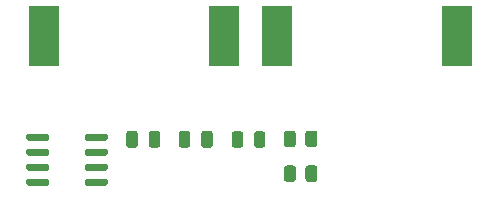
<source format=gbr>
%TF.GenerationSoftware,KiCad,Pcbnew,(5.1.10)-1*%
%TF.CreationDate,2021-09-27T22:12:15-07:00*%
%TF.ProjectId,KiCad_IntroProject_SG,4b694361-645f-4496-9e74-726f50726f6a,rev?*%
%TF.SameCoordinates,Original*%
%TF.FileFunction,Paste,Top*%
%TF.FilePolarity,Positive*%
%FSLAX46Y46*%
G04 Gerber Fmt 4.6, Leading zero omitted, Abs format (unit mm)*
G04 Created by KiCad (PCBNEW (5.1.10)-1) date 2021-09-27 22:12:15*
%MOMM*%
%LPD*%
G01*
G04 APERTURE LIST*
%ADD10R,2.500000X5.100000*%
G04 APERTURE END LIST*
D10*
%TO.C,BT1*%
X128775001Y-89325001D03*
X143975001Y-89325001D03*
%TD*%
%TO.C,BT2*%
X163725001Y-89325001D03*
X148525001Y-89325001D03*
%TD*%
%TO.C,C1*%
G36*
G01*
X137625001Y-98580001D02*
X137625001Y-97630001D01*
G75*
G02*
X137875001Y-97380001I250000J0D01*
G01*
X138375001Y-97380001D01*
G75*
G02*
X138625001Y-97630001I0J-250000D01*
G01*
X138625001Y-98580001D01*
G75*
G02*
X138375001Y-98830001I-250000J0D01*
G01*
X137875001Y-98830001D01*
G75*
G02*
X137625001Y-98580001I0J250000D01*
G01*
G37*
G36*
G01*
X135725001Y-98580001D02*
X135725001Y-97630001D01*
G75*
G02*
X135975001Y-97380001I250000J0D01*
G01*
X136475001Y-97380001D01*
G75*
G02*
X136725001Y-97630001I0J-250000D01*
G01*
X136725001Y-98580001D01*
G75*
G02*
X136475001Y-98830001I-250000J0D01*
G01*
X135975001Y-98830001D01*
G75*
G02*
X135725001Y-98580001I0J250000D01*
G01*
G37*
%TD*%
%TO.C,C2*%
G36*
G01*
X140175001Y-98580001D02*
X140175001Y-97630001D01*
G75*
G02*
X140425001Y-97380001I250000J0D01*
G01*
X140925001Y-97380001D01*
G75*
G02*
X141175001Y-97630001I0J-250000D01*
G01*
X141175001Y-98580001D01*
G75*
G02*
X140925001Y-98830001I-250000J0D01*
G01*
X140425001Y-98830001D01*
G75*
G02*
X140175001Y-98580001I0J250000D01*
G01*
G37*
G36*
G01*
X142075001Y-98580001D02*
X142075001Y-97630001D01*
G75*
G02*
X142325001Y-97380001I250000J0D01*
G01*
X142825001Y-97380001D01*
G75*
G02*
X143075001Y-97630001I0J-250000D01*
G01*
X143075001Y-98580001D01*
G75*
G02*
X142825001Y-98830001I-250000J0D01*
G01*
X142325001Y-98830001D01*
G75*
G02*
X142075001Y-98580001I0J250000D01*
G01*
G37*
%TD*%
%TO.C,D1*%
G36*
G01*
X144670001Y-98576251D02*
X144670001Y-97663751D01*
G75*
G02*
X144913751Y-97420001I243750J0D01*
G01*
X145401251Y-97420001D01*
G75*
G02*
X145645001Y-97663751I0J-243750D01*
G01*
X145645001Y-98576251D01*
G75*
G02*
X145401251Y-98820001I-243750J0D01*
G01*
X144913751Y-98820001D01*
G75*
G02*
X144670001Y-98576251I0J243750D01*
G01*
G37*
G36*
G01*
X146545001Y-98576251D02*
X146545001Y-97663751D01*
G75*
G02*
X146788751Y-97420001I243750J0D01*
G01*
X147276251Y-97420001D01*
G75*
G02*
X147520001Y-97663751I0J-243750D01*
G01*
X147520001Y-98576251D01*
G75*
G02*
X147276251Y-98820001I-243750J0D01*
G01*
X146788751Y-98820001D01*
G75*
G02*
X146545001Y-98576251I0J243750D01*
G01*
G37*
%TD*%
%TO.C,R1*%
G36*
G01*
X149080001Y-98525002D02*
X149080001Y-97625000D01*
G75*
G02*
X149330000Y-97375001I249999J0D01*
G01*
X149855002Y-97375001D01*
G75*
G02*
X150105001Y-97625000I0J-249999D01*
G01*
X150105001Y-98525002D01*
G75*
G02*
X149855002Y-98775001I-249999J0D01*
G01*
X149330000Y-98775001D01*
G75*
G02*
X149080001Y-98525002I0J249999D01*
G01*
G37*
G36*
G01*
X150905001Y-98525002D02*
X150905001Y-97625000D01*
G75*
G02*
X151155000Y-97375001I249999J0D01*
G01*
X151680002Y-97375001D01*
G75*
G02*
X151930001Y-97625000I0J-249999D01*
G01*
X151930001Y-98525002D01*
G75*
G02*
X151680002Y-98775001I-249999J0D01*
G01*
X151155000Y-98775001D01*
G75*
G02*
X150905001Y-98525002I0J249999D01*
G01*
G37*
%TD*%
%TO.C,R2*%
G36*
G01*
X150905001Y-101475002D02*
X150905001Y-100575000D01*
G75*
G02*
X151155000Y-100325001I249999J0D01*
G01*
X151680002Y-100325001D01*
G75*
G02*
X151930001Y-100575000I0J-249999D01*
G01*
X151930001Y-101475002D01*
G75*
G02*
X151680002Y-101725001I-249999J0D01*
G01*
X151155000Y-101725001D01*
G75*
G02*
X150905001Y-101475002I0J249999D01*
G01*
G37*
G36*
G01*
X149080001Y-101475002D02*
X149080001Y-100575000D01*
G75*
G02*
X149330000Y-100325001I249999J0D01*
G01*
X149855002Y-100325001D01*
G75*
G02*
X150105001Y-100575000I0J-249999D01*
G01*
X150105001Y-101475002D01*
G75*
G02*
X149855002Y-101725001I-249999J0D01*
G01*
X149330000Y-101725001D01*
G75*
G02*
X149080001Y-101475002I0J249999D01*
G01*
G37*
%TD*%
%TO.C,U1*%
G36*
G01*
X127275001Y-98070001D02*
X127275001Y-97770001D01*
G75*
G02*
X127425001Y-97620001I150000J0D01*
G01*
X129075001Y-97620001D01*
G75*
G02*
X129225001Y-97770001I0J-150000D01*
G01*
X129225001Y-98070001D01*
G75*
G02*
X129075001Y-98220001I-150000J0D01*
G01*
X127425001Y-98220001D01*
G75*
G02*
X127275001Y-98070001I0J150000D01*
G01*
G37*
G36*
G01*
X127275001Y-99340001D02*
X127275001Y-99040001D01*
G75*
G02*
X127425001Y-98890001I150000J0D01*
G01*
X129075001Y-98890001D01*
G75*
G02*
X129225001Y-99040001I0J-150000D01*
G01*
X129225001Y-99340001D01*
G75*
G02*
X129075001Y-99490001I-150000J0D01*
G01*
X127425001Y-99490001D01*
G75*
G02*
X127275001Y-99340001I0J150000D01*
G01*
G37*
G36*
G01*
X127275001Y-100610001D02*
X127275001Y-100310001D01*
G75*
G02*
X127425001Y-100160001I150000J0D01*
G01*
X129075001Y-100160001D01*
G75*
G02*
X129225001Y-100310001I0J-150000D01*
G01*
X129225001Y-100610001D01*
G75*
G02*
X129075001Y-100760001I-150000J0D01*
G01*
X127425001Y-100760001D01*
G75*
G02*
X127275001Y-100610001I0J150000D01*
G01*
G37*
G36*
G01*
X127275001Y-101880001D02*
X127275001Y-101580001D01*
G75*
G02*
X127425001Y-101430001I150000J0D01*
G01*
X129075001Y-101430001D01*
G75*
G02*
X129225001Y-101580001I0J-150000D01*
G01*
X129225001Y-101880001D01*
G75*
G02*
X129075001Y-102030001I-150000J0D01*
G01*
X127425001Y-102030001D01*
G75*
G02*
X127275001Y-101880001I0J150000D01*
G01*
G37*
G36*
G01*
X132225001Y-101880001D02*
X132225001Y-101580001D01*
G75*
G02*
X132375001Y-101430001I150000J0D01*
G01*
X134025001Y-101430001D01*
G75*
G02*
X134175001Y-101580001I0J-150000D01*
G01*
X134175001Y-101880001D01*
G75*
G02*
X134025001Y-102030001I-150000J0D01*
G01*
X132375001Y-102030001D01*
G75*
G02*
X132225001Y-101880001I0J150000D01*
G01*
G37*
G36*
G01*
X132225001Y-100610001D02*
X132225001Y-100310001D01*
G75*
G02*
X132375001Y-100160001I150000J0D01*
G01*
X134025001Y-100160001D01*
G75*
G02*
X134175001Y-100310001I0J-150000D01*
G01*
X134175001Y-100610001D01*
G75*
G02*
X134025001Y-100760001I-150000J0D01*
G01*
X132375001Y-100760001D01*
G75*
G02*
X132225001Y-100610001I0J150000D01*
G01*
G37*
G36*
G01*
X132225001Y-99340001D02*
X132225001Y-99040001D01*
G75*
G02*
X132375001Y-98890001I150000J0D01*
G01*
X134025001Y-98890001D01*
G75*
G02*
X134175001Y-99040001I0J-150000D01*
G01*
X134175001Y-99340001D01*
G75*
G02*
X134025001Y-99490001I-150000J0D01*
G01*
X132375001Y-99490001D01*
G75*
G02*
X132225001Y-99340001I0J150000D01*
G01*
G37*
G36*
G01*
X132225001Y-98070001D02*
X132225001Y-97770001D01*
G75*
G02*
X132375001Y-97620001I150000J0D01*
G01*
X134025001Y-97620001D01*
G75*
G02*
X134175001Y-97770001I0J-150000D01*
G01*
X134175001Y-98070001D01*
G75*
G02*
X134025001Y-98220001I-150000J0D01*
G01*
X132375001Y-98220001D01*
G75*
G02*
X132225001Y-98070001I0J150000D01*
G01*
G37*
%TD*%
M02*

</source>
